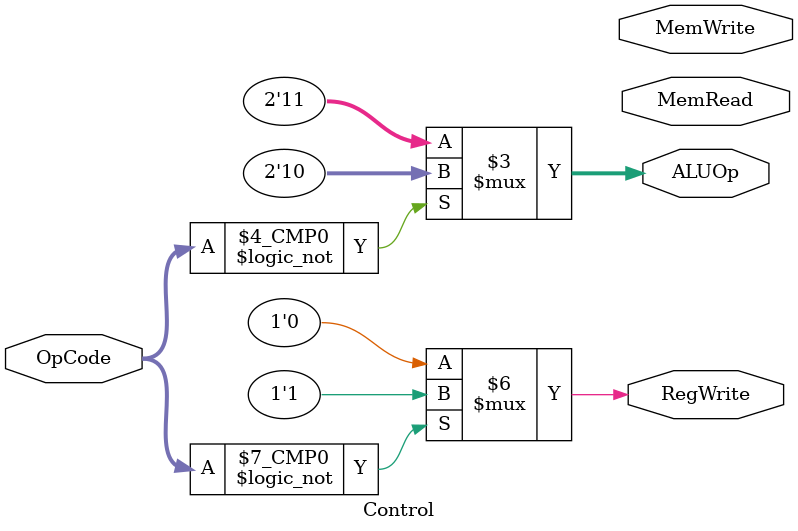
<source format=v>
module Control(
    //output
    output reg RegWrite,
    output reg[1:0]ALUOp,
    output reg MemWrite,
    output reg MemRead,
    //input
    input [5:0]OpCode
);

always@(OpCode)begin
    case(OpCode)
        6'b000000: begin
            RegWrite <= 1;
            ALUOp <= 2'b10;
        end
        default:begin
            RegWrite <= 0;
            ALUOp <= 2'b11;
        end
    endcase
end
endmodule
</source>
